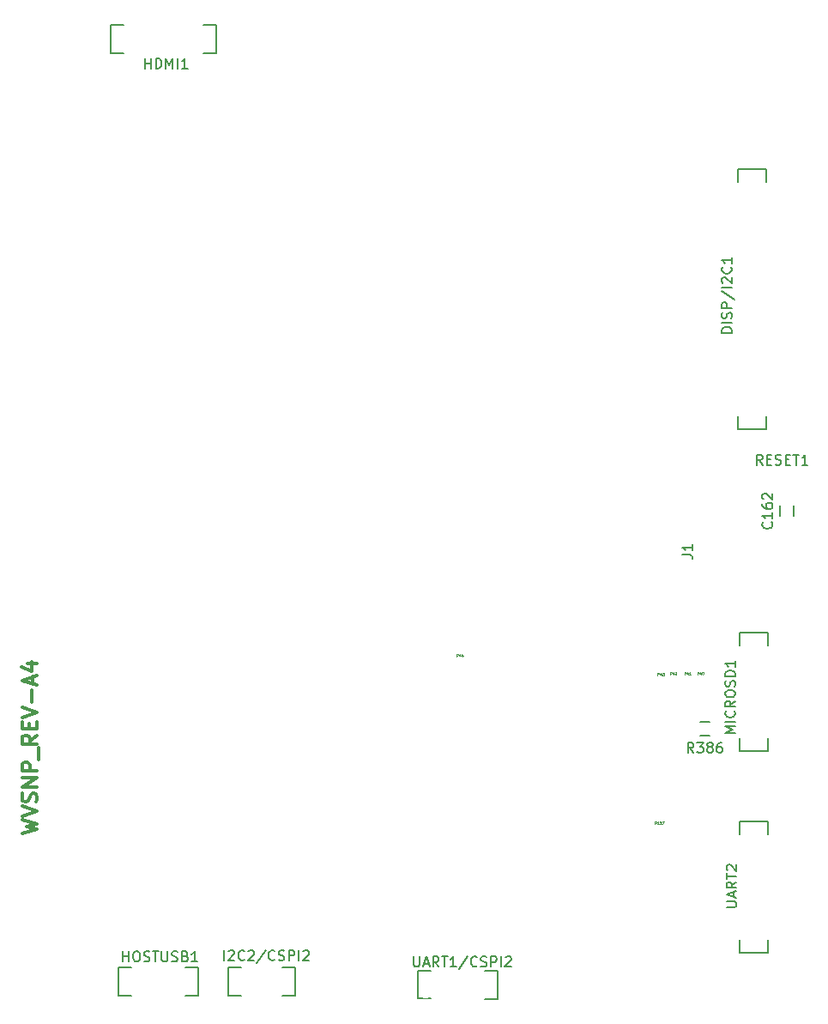
<source format=gto>
G04 #@! TF.FileFunction,Legend,Top*
%FSLAX46Y46*%
G04 Gerber Fmt 4.6, Leading zero omitted, Abs format (unit mm)*
G04 Created by KiCad (PCBNEW 4.0.3-stable) date 11/18/16 20:14:28*
%MOMM*%
%LPD*%
G01*
G04 APERTURE LIST*
%ADD10C,0.150000*%
%ADD11C,0.300000*%
%ADD12C,0.000001*%
%ADD13C,1.400000*%
%ADD14C,7.300000*%
%ADD15R,5.550000X3.400000*%
%ADD16R,2.400000X0.750000*%
%ADD17C,2.100000*%
%ADD18R,1.900000X3.900000*%
%ADD19R,3.900000X1.900000*%
%ADD20R,1.900000X4.400000*%
%ADD21C,1.450000*%
%ADD22C,1.770000*%
%ADD23C,3.900000*%
%ADD24C,2.400000*%
%ADD25C,1.800000*%
%ADD26R,1.770000X1.770000*%
%ADD27C,1.700000*%
%ADD28R,1.300000X1.600000*%
%ADD29R,1.600000X1.300000*%
G04 APERTURE END LIST*
D10*
D11*
X206442571Y-183927485D02*
X207942571Y-183570342D01*
X206871143Y-183284628D01*
X207942571Y-182998914D01*
X206442571Y-182641771D01*
X206442571Y-182284628D02*
X207942571Y-181784628D01*
X206442571Y-181284628D01*
X207871143Y-180856057D02*
X207942571Y-180641771D01*
X207942571Y-180284628D01*
X207871143Y-180141771D01*
X207799714Y-180070342D01*
X207656857Y-179998914D01*
X207514000Y-179998914D01*
X207371143Y-180070342D01*
X207299714Y-180141771D01*
X207228286Y-180284628D01*
X207156857Y-180570342D01*
X207085429Y-180713200D01*
X207014000Y-180784628D01*
X206871143Y-180856057D01*
X206728286Y-180856057D01*
X206585429Y-180784628D01*
X206514000Y-180713200D01*
X206442571Y-180570342D01*
X206442571Y-180213200D01*
X206514000Y-179998914D01*
X207942571Y-179356057D02*
X206442571Y-179356057D01*
X207942571Y-178498914D01*
X206442571Y-178498914D01*
X207942571Y-177784628D02*
X206442571Y-177784628D01*
X206442571Y-177213200D01*
X206514000Y-177070342D01*
X206585429Y-176998914D01*
X206728286Y-176927485D01*
X206942571Y-176927485D01*
X207085429Y-176998914D01*
X207156857Y-177070342D01*
X207228286Y-177213200D01*
X207228286Y-177784628D01*
X208085429Y-176641771D02*
X208085429Y-175498914D01*
X207942571Y-174284628D02*
X207228286Y-174784628D01*
X207942571Y-175141771D02*
X206442571Y-175141771D01*
X206442571Y-174570343D01*
X206514000Y-174427485D01*
X206585429Y-174356057D01*
X206728286Y-174284628D01*
X206942571Y-174284628D01*
X207085429Y-174356057D01*
X207156857Y-174427485D01*
X207228286Y-174570343D01*
X207228286Y-175141771D01*
X207156857Y-173641771D02*
X207156857Y-173141771D01*
X207942571Y-172927485D02*
X207942571Y-173641771D01*
X206442571Y-173641771D01*
X206442571Y-172927485D01*
X206442571Y-172498914D02*
X207942571Y-171998914D01*
X206442571Y-171498914D01*
X207371143Y-170998914D02*
X207371143Y-169856057D01*
X207514000Y-169213200D02*
X207514000Y-168498914D01*
X207942571Y-169356057D02*
X206442571Y-168856057D01*
X207942571Y-168356057D01*
X206942571Y-167213200D02*
X207942571Y-167213200D01*
X206371143Y-167570343D02*
X207442571Y-167927486D01*
X207442571Y-166998914D01*
D10*
X215214200Y-105486200D02*
X215214200Y-107010200D01*
X225628200Y-105486200D02*
X225628200Y-107010200D01*
X215214200Y-107010200D02*
X216484200Y-107010200D01*
X215214200Y-104216200D02*
X216484200Y-104216200D01*
X215214200Y-104216200D02*
X215214200Y-105740200D01*
X224358200Y-104216200D02*
X225628200Y-104216200D01*
X225628200Y-104216200D02*
X225628200Y-105740200D01*
X225628200Y-107010200D02*
X224358200Y-107010200D01*
X278460200Y-175818800D02*
X279984200Y-175818800D01*
X278485600Y-164134800D02*
X280009600Y-164134800D01*
X280009600Y-175818800D02*
X280009600Y-174548800D01*
X277215600Y-175818800D02*
X277215600Y-174548800D01*
X277215600Y-175818800D02*
X278739600Y-175818800D01*
X277215600Y-165404800D02*
X277215600Y-164134800D01*
X277215600Y-164134800D02*
X278739600Y-164134800D01*
X280009600Y-164134800D02*
X280009600Y-165404800D01*
X215950800Y-198450200D02*
X215950800Y-199974200D01*
X223824800Y-198475600D02*
X223824800Y-199999600D01*
X215950800Y-199974200D02*
X217220800Y-199974200D01*
X215950800Y-197205600D02*
X217220800Y-197205600D01*
X215950800Y-197205600D02*
X215950800Y-198729600D01*
X222554800Y-197205600D02*
X223824800Y-197205600D01*
X223824800Y-197205600D02*
X223824800Y-198729600D01*
X223824800Y-199999600D02*
X222554800Y-199999600D01*
X245491000Y-198729600D02*
X245491000Y-200253600D01*
X253365000Y-198755000D02*
X253365000Y-200279000D01*
X245491000Y-200253600D02*
X246761000Y-200253600D01*
X245491000Y-197485000D02*
X246761000Y-197485000D01*
X245491000Y-197485000D02*
X245491000Y-199009000D01*
X252095000Y-197485000D02*
X253365000Y-197485000D01*
X253365000Y-197485000D02*
X253365000Y-199009000D01*
X253365000Y-200279000D02*
X252095000Y-200279000D01*
X278333200Y-144119600D02*
X279857200Y-144119600D01*
X278333200Y-118465600D02*
X279857200Y-118465600D01*
X277063200Y-144119600D02*
X277063200Y-142849600D01*
X279857200Y-144119600D02*
X279857200Y-142849600D01*
X277063200Y-144119600D02*
X278587200Y-144119600D01*
X277063200Y-119735600D02*
X277063200Y-118465600D01*
X277063200Y-118465600D02*
X278587200Y-118465600D01*
X279857200Y-118465600D02*
X279857200Y-119735600D01*
X278511000Y-195732400D02*
X280035000Y-195732400D01*
X278511000Y-182778400D02*
X280035000Y-182778400D01*
X280035000Y-195732400D02*
X280035000Y-194462400D01*
X277241000Y-195732400D02*
X277241000Y-194462400D01*
X277241000Y-195732400D02*
X278765000Y-195732400D01*
X277241000Y-184048400D02*
X277241000Y-182778400D01*
X277241000Y-182778400D02*
X278765000Y-182778400D01*
X280035000Y-182778400D02*
X280035000Y-184048400D01*
X226796600Y-198450200D02*
X226796600Y-199974200D01*
X233400600Y-198450200D02*
X233400600Y-199974200D01*
X226796600Y-199974200D02*
X228066600Y-199974200D01*
X226796600Y-197205600D02*
X228066600Y-197205600D01*
X226796600Y-197205600D02*
X226796600Y-198729600D01*
X232130600Y-197180200D02*
X233400600Y-197180200D01*
X233400600Y-197180200D02*
X233400600Y-198704200D01*
X233400600Y-199974200D02*
X232130600Y-199974200D01*
X282615000Y-151646000D02*
X282615000Y-152646000D01*
X281265000Y-152646000D02*
X281265000Y-151646000D01*
X273327240Y-172982260D02*
X274327240Y-172982260D01*
X274327240Y-174332260D02*
X273327240Y-174332260D01*
X271613381Y-156467133D02*
X272327667Y-156467133D01*
X272470524Y-156514753D01*
X272565762Y-156609991D01*
X272613381Y-156752848D01*
X272613381Y-156848086D01*
X272613381Y-155467133D02*
X272613381Y-156038562D01*
X272613381Y-155752848D02*
X271613381Y-155752848D01*
X271756238Y-155848086D01*
X271851476Y-155943324D01*
X271899095Y-156038562D01*
X218603772Y-108503981D02*
X218603772Y-107503981D01*
X218603772Y-107980171D02*
X219175201Y-107980171D01*
X219175201Y-108503981D02*
X219175201Y-107503981D01*
X219651391Y-108503981D02*
X219651391Y-107503981D01*
X219889486Y-107503981D01*
X220032344Y-107551600D01*
X220127582Y-107646838D01*
X220175201Y-107742076D01*
X220222820Y-107932552D01*
X220222820Y-108075410D01*
X220175201Y-108265886D01*
X220127582Y-108361124D01*
X220032344Y-108456362D01*
X219889486Y-108503981D01*
X219651391Y-108503981D01*
X220651391Y-108503981D02*
X220651391Y-107503981D01*
X220984725Y-108218267D01*
X221318058Y-107503981D01*
X221318058Y-108503981D01*
X221794248Y-108503981D02*
X221794248Y-107503981D01*
X222794248Y-108503981D02*
X222222819Y-108503981D01*
X222508533Y-108503981D02*
X222508533Y-107503981D01*
X222413295Y-107646838D01*
X222318057Y-107742076D01*
X222222819Y-107789695D01*
X276829781Y-174083219D02*
X275829781Y-174083219D01*
X276544067Y-173749885D01*
X275829781Y-173416552D01*
X276829781Y-173416552D01*
X276829781Y-172940362D02*
X275829781Y-172940362D01*
X276734543Y-171892743D02*
X276782162Y-171940362D01*
X276829781Y-172083219D01*
X276829781Y-172178457D01*
X276782162Y-172321315D01*
X276686924Y-172416553D01*
X276591686Y-172464172D01*
X276401210Y-172511791D01*
X276258352Y-172511791D01*
X276067876Y-172464172D01*
X275972638Y-172416553D01*
X275877400Y-172321315D01*
X275829781Y-172178457D01*
X275829781Y-172083219D01*
X275877400Y-171940362D01*
X275925019Y-171892743D01*
X276829781Y-170892743D02*
X276353590Y-171226077D01*
X276829781Y-171464172D02*
X275829781Y-171464172D01*
X275829781Y-171083219D01*
X275877400Y-170987981D01*
X275925019Y-170940362D01*
X276020257Y-170892743D01*
X276163114Y-170892743D01*
X276258352Y-170940362D01*
X276305971Y-170987981D01*
X276353590Y-171083219D01*
X276353590Y-171464172D01*
X275829781Y-170273696D02*
X275829781Y-170083219D01*
X275877400Y-169987981D01*
X275972638Y-169892743D01*
X276163114Y-169845124D01*
X276496448Y-169845124D01*
X276686924Y-169892743D01*
X276782162Y-169987981D01*
X276829781Y-170083219D01*
X276829781Y-170273696D01*
X276782162Y-170368934D01*
X276686924Y-170464172D01*
X276496448Y-170511791D01*
X276163114Y-170511791D01*
X275972638Y-170464172D01*
X275877400Y-170368934D01*
X275829781Y-170273696D01*
X276782162Y-169464172D02*
X276829781Y-169321315D01*
X276829781Y-169083219D01*
X276782162Y-168987981D01*
X276734543Y-168940362D01*
X276639305Y-168892743D01*
X276544067Y-168892743D01*
X276448829Y-168940362D01*
X276401210Y-168987981D01*
X276353590Y-169083219D01*
X276305971Y-169273696D01*
X276258352Y-169368934D01*
X276210733Y-169416553D01*
X276115495Y-169464172D01*
X276020257Y-169464172D01*
X275925019Y-169416553D01*
X275877400Y-169368934D01*
X275829781Y-169273696D01*
X275829781Y-169035600D01*
X275877400Y-168892743D01*
X276829781Y-168464172D02*
X275829781Y-168464172D01*
X275829781Y-168226077D01*
X275877400Y-168083219D01*
X275972638Y-167987981D01*
X276067876Y-167940362D01*
X276258352Y-167892743D01*
X276401210Y-167892743D01*
X276591686Y-167940362D01*
X276686924Y-167987981D01*
X276782162Y-168083219D01*
X276829781Y-168226077D01*
X276829781Y-168464172D01*
X276829781Y-166940362D02*
X276829781Y-167511791D01*
X276829781Y-167226077D02*
X275829781Y-167226077D01*
X275972638Y-167321315D01*
X276067876Y-167416553D01*
X276115495Y-167511791D01*
X216422743Y-196591181D02*
X216422743Y-195591181D01*
X216422743Y-196067371D02*
X216994172Y-196067371D01*
X216994172Y-196591181D02*
X216994172Y-195591181D01*
X217660838Y-195591181D02*
X217851315Y-195591181D01*
X217946553Y-195638800D01*
X218041791Y-195734038D01*
X218089410Y-195924514D01*
X218089410Y-196257848D01*
X218041791Y-196448324D01*
X217946553Y-196543562D01*
X217851315Y-196591181D01*
X217660838Y-196591181D01*
X217565600Y-196543562D01*
X217470362Y-196448324D01*
X217422743Y-196257848D01*
X217422743Y-195924514D01*
X217470362Y-195734038D01*
X217565600Y-195638800D01*
X217660838Y-195591181D01*
X218470362Y-196543562D02*
X218613219Y-196591181D01*
X218851315Y-196591181D01*
X218946553Y-196543562D01*
X218994172Y-196495943D01*
X219041791Y-196400705D01*
X219041791Y-196305467D01*
X218994172Y-196210229D01*
X218946553Y-196162610D01*
X218851315Y-196114990D01*
X218660838Y-196067371D01*
X218565600Y-196019752D01*
X218517981Y-195972133D01*
X218470362Y-195876895D01*
X218470362Y-195781657D01*
X218517981Y-195686419D01*
X218565600Y-195638800D01*
X218660838Y-195591181D01*
X218898934Y-195591181D01*
X219041791Y-195638800D01*
X219327505Y-195591181D02*
X219898934Y-195591181D01*
X219613219Y-196591181D02*
X219613219Y-195591181D01*
X220232267Y-195591181D02*
X220232267Y-196400705D01*
X220279886Y-196495943D01*
X220327505Y-196543562D01*
X220422743Y-196591181D01*
X220613220Y-196591181D01*
X220708458Y-196543562D01*
X220756077Y-196495943D01*
X220803696Y-196400705D01*
X220803696Y-195591181D01*
X221232267Y-196543562D02*
X221375124Y-196591181D01*
X221613220Y-196591181D01*
X221708458Y-196543562D01*
X221756077Y-196495943D01*
X221803696Y-196400705D01*
X221803696Y-196305467D01*
X221756077Y-196210229D01*
X221708458Y-196162610D01*
X221613220Y-196114990D01*
X221422743Y-196067371D01*
X221327505Y-196019752D01*
X221279886Y-195972133D01*
X221232267Y-195876895D01*
X221232267Y-195781657D01*
X221279886Y-195686419D01*
X221327505Y-195638800D01*
X221422743Y-195591181D01*
X221660839Y-195591181D01*
X221803696Y-195638800D01*
X222565601Y-196067371D02*
X222708458Y-196114990D01*
X222756077Y-196162610D01*
X222803696Y-196257848D01*
X222803696Y-196400705D01*
X222756077Y-196495943D01*
X222708458Y-196543562D01*
X222613220Y-196591181D01*
X222232267Y-196591181D01*
X222232267Y-195591181D01*
X222565601Y-195591181D01*
X222660839Y-195638800D01*
X222708458Y-195686419D01*
X222756077Y-195781657D01*
X222756077Y-195876895D01*
X222708458Y-195972133D01*
X222660839Y-196019752D01*
X222565601Y-196067371D01*
X222232267Y-196067371D01*
X223756077Y-196591181D02*
X223184648Y-196591181D01*
X223470362Y-196591181D02*
X223470362Y-195591181D01*
X223375124Y-195734038D01*
X223279886Y-195829276D01*
X223184648Y-195876895D01*
X245099486Y-196099181D02*
X245099486Y-196908705D01*
X245147105Y-197003943D01*
X245194724Y-197051562D01*
X245289962Y-197099181D01*
X245480439Y-197099181D01*
X245575677Y-197051562D01*
X245623296Y-197003943D01*
X245670915Y-196908705D01*
X245670915Y-196099181D01*
X246099486Y-196813467D02*
X246575677Y-196813467D01*
X246004248Y-197099181D02*
X246337581Y-196099181D01*
X246670915Y-197099181D01*
X247575677Y-197099181D02*
X247242343Y-196622990D01*
X247004248Y-197099181D02*
X247004248Y-196099181D01*
X247385201Y-196099181D01*
X247480439Y-196146800D01*
X247528058Y-196194419D01*
X247575677Y-196289657D01*
X247575677Y-196432514D01*
X247528058Y-196527752D01*
X247480439Y-196575371D01*
X247385201Y-196622990D01*
X247004248Y-196622990D01*
X247861391Y-196099181D02*
X248432820Y-196099181D01*
X248147105Y-197099181D02*
X248147105Y-196099181D01*
X249289963Y-197099181D02*
X248718534Y-197099181D01*
X249004248Y-197099181D02*
X249004248Y-196099181D01*
X248909010Y-196242038D01*
X248813772Y-196337276D01*
X248718534Y-196384895D01*
X250432820Y-196051562D02*
X249575677Y-197337276D01*
X251337582Y-197003943D02*
X251289963Y-197051562D01*
X251147106Y-197099181D01*
X251051868Y-197099181D01*
X250909010Y-197051562D01*
X250813772Y-196956324D01*
X250766153Y-196861086D01*
X250718534Y-196670610D01*
X250718534Y-196527752D01*
X250766153Y-196337276D01*
X250813772Y-196242038D01*
X250909010Y-196146800D01*
X251051868Y-196099181D01*
X251147106Y-196099181D01*
X251289963Y-196146800D01*
X251337582Y-196194419D01*
X251718534Y-197051562D02*
X251861391Y-197099181D01*
X252099487Y-197099181D01*
X252194725Y-197051562D01*
X252242344Y-197003943D01*
X252289963Y-196908705D01*
X252289963Y-196813467D01*
X252242344Y-196718229D01*
X252194725Y-196670610D01*
X252099487Y-196622990D01*
X251909010Y-196575371D01*
X251813772Y-196527752D01*
X251766153Y-196480133D01*
X251718534Y-196384895D01*
X251718534Y-196289657D01*
X251766153Y-196194419D01*
X251813772Y-196146800D01*
X251909010Y-196099181D01*
X252147106Y-196099181D01*
X252289963Y-196146800D01*
X252718534Y-197099181D02*
X252718534Y-196099181D01*
X253099487Y-196099181D01*
X253194725Y-196146800D01*
X253242344Y-196194419D01*
X253289963Y-196289657D01*
X253289963Y-196432514D01*
X253242344Y-196527752D01*
X253194725Y-196575371D01*
X253099487Y-196622990D01*
X252718534Y-196622990D01*
X253718534Y-197099181D02*
X253718534Y-196099181D01*
X254147105Y-196194419D02*
X254194724Y-196146800D01*
X254289962Y-196099181D01*
X254528058Y-196099181D01*
X254623296Y-196146800D01*
X254670915Y-196194419D01*
X254718534Y-196289657D01*
X254718534Y-196384895D01*
X254670915Y-196527752D01*
X254099486Y-197099181D01*
X254718534Y-197099181D01*
X276499581Y-134576676D02*
X275499581Y-134576676D01*
X275499581Y-134338581D01*
X275547200Y-134195723D01*
X275642438Y-134100485D01*
X275737676Y-134052866D01*
X275928152Y-134005247D01*
X276071010Y-134005247D01*
X276261486Y-134052866D01*
X276356724Y-134100485D01*
X276451962Y-134195723D01*
X276499581Y-134338581D01*
X276499581Y-134576676D01*
X276499581Y-133576676D02*
X275499581Y-133576676D01*
X276451962Y-133148105D02*
X276499581Y-133005248D01*
X276499581Y-132767152D01*
X276451962Y-132671914D01*
X276404343Y-132624295D01*
X276309105Y-132576676D01*
X276213867Y-132576676D01*
X276118629Y-132624295D01*
X276071010Y-132671914D01*
X276023390Y-132767152D01*
X275975771Y-132957629D01*
X275928152Y-133052867D01*
X275880533Y-133100486D01*
X275785295Y-133148105D01*
X275690057Y-133148105D01*
X275594819Y-133100486D01*
X275547200Y-133052867D01*
X275499581Y-132957629D01*
X275499581Y-132719533D01*
X275547200Y-132576676D01*
X276499581Y-132148105D02*
X275499581Y-132148105D01*
X275499581Y-131767152D01*
X275547200Y-131671914D01*
X275594819Y-131624295D01*
X275690057Y-131576676D01*
X275832914Y-131576676D01*
X275928152Y-131624295D01*
X275975771Y-131671914D01*
X276023390Y-131767152D01*
X276023390Y-132148105D01*
X275451962Y-130433819D02*
X276737676Y-131290962D01*
X276499581Y-130100486D02*
X275499581Y-130100486D01*
X275594819Y-129671915D02*
X275547200Y-129624296D01*
X275499581Y-129529058D01*
X275499581Y-129290962D01*
X275547200Y-129195724D01*
X275594819Y-129148105D01*
X275690057Y-129100486D01*
X275785295Y-129100486D01*
X275928152Y-129148105D01*
X276499581Y-129719534D01*
X276499581Y-129100486D01*
X276404343Y-128100486D02*
X276451962Y-128148105D01*
X276499581Y-128290962D01*
X276499581Y-128386200D01*
X276451962Y-128529058D01*
X276356724Y-128624296D01*
X276261486Y-128671915D01*
X276071010Y-128719534D01*
X275928152Y-128719534D01*
X275737676Y-128671915D01*
X275642438Y-128624296D01*
X275547200Y-128529058D01*
X275499581Y-128386200D01*
X275499581Y-128290962D01*
X275547200Y-128148105D01*
X275594819Y-128100486D01*
X276499581Y-127148105D02*
X276499581Y-127719534D01*
X276499581Y-127433820D02*
X275499581Y-127433820D01*
X275642438Y-127529058D01*
X275737676Y-127624296D01*
X275785295Y-127719534D01*
D12*
X268897382Y-183053095D02*
X268897382Y-182803095D01*
X268992620Y-182803095D01*
X269016429Y-182815000D01*
X269028334Y-182826905D01*
X269040239Y-182850714D01*
X269040239Y-182886429D01*
X269028334Y-182910238D01*
X269016429Y-182922143D01*
X268992620Y-182934048D01*
X268897382Y-182934048D01*
X269278334Y-183053095D02*
X269135477Y-183053095D01*
X269206906Y-183053095D02*
X269206906Y-182803095D01*
X269183096Y-182838810D01*
X269159287Y-182862619D01*
X269135477Y-182874524D01*
X269373572Y-182826905D02*
X269385477Y-182815000D01*
X269409286Y-182803095D01*
X269468810Y-182803095D01*
X269492620Y-182815000D01*
X269504524Y-182826905D01*
X269516429Y-182850714D01*
X269516429Y-182874524D01*
X269504524Y-182910238D01*
X269361667Y-183053095D01*
X269516429Y-183053095D01*
X269599762Y-182803095D02*
X269766429Y-182803095D01*
X269659286Y-183053095D01*
X269171229Y-168360695D02*
X269171229Y-168110695D01*
X269266467Y-168110695D01*
X269290276Y-168122600D01*
X269302181Y-168134505D01*
X269314086Y-168158314D01*
X269314086Y-168194029D01*
X269302181Y-168217838D01*
X269290276Y-168229743D01*
X269266467Y-168241648D01*
X269171229Y-168241648D01*
X269528372Y-168194029D02*
X269528372Y-168360695D01*
X269468848Y-168098790D02*
X269409324Y-168277362D01*
X269564086Y-168277362D01*
X269635514Y-168110695D02*
X269790276Y-168110695D01*
X269706943Y-168205933D01*
X269742657Y-168205933D01*
X269766467Y-168217838D01*
X269778371Y-168229743D01*
X269790276Y-168253552D01*
X269790276Y-168313076D01*
X269778371Y-168336886D01*
X269766467Y-168348790D01*
X269742657Y-168360695D01*
X269671229Y-168360695D01*
X269647419Y-168348790D01*
X269635514Y-168336886D01*
X270411229Y-168300695D02*
X270411229Y-168050695D01*
X270506467Y-168050695D01*
X270530276Y-168062600D01*
X270542181Y-168074505D01*
X270554086Y-168098314D01*
X270554086Y-168134029D01*
X270542181Y-168157838D01*
X270530276Y-168169743D01*
X270506467Y-168181648D01*
X270411229Y-168181648D01*
X270768372Y-168134029D02*
X270768372Y-168300695D01*
X270708848Y-168038790D02*
X270649324Y-168217362D01*
X270804086Y-168217362D01*
X270887419Y-168074505D02*
X270899324Y-168062600D01*
X270923133Y-168050695D01*
X270982657Y-168050695D01*
X271006467Y-168062600D01*
X271018371Y-168074505D01*
X271030276Y-168098314D01*
X271030276Y-168122124D01*
X271018371Y-168157838D01*
X270875514Y-168300695D01*
X271030276Y-168300695D01*
X271811229Y-168280695D02*
X271811229Y-168030695D01*
X271906467Y-168030695D01*
X271930276Y-168042600D01*
X271942181Y-168054505D01*
X271954086Y-168078314D01*
X271954086Y-168114029D01*
X271942181Y-168137838D01*
X271930276Y-168149743D01*
X271906467Y-168161648D01*
X271811229Y-168161648D01*
X272168372Y-168114029D02*
X272168372Y-168280695D01*
X272108848Y-168018790D02*
X272049324Y-168197362D01*
X272204086Y-168197362D01*
X272430276Y-168280695D02*
X272287419Y-168280695D01*
X272358848Y-168280695D02*
X272358848Y-168030695D01*
X272335038Y-168066410D01*
X272311229Y-168090219D01*
X272287419Y-168102124D01*
X273071229Y-168280695D02*
X273071229Y-168030695D01*
X273166467Y-168030695D01*
X273190276Y-168042600D01*
X273202181Y-168054505D01*
X273214086Y-168078314D01*
X273214086Y-168114029D01*
X273202181Y-168137838D01*
X273190276Y-168149743D01*
X273166467Y-168161648D01*
X273071229Y-168161648D01*
X273428372Y-168114029D02*
X273428372Y-168280695D01*
X273368848Y-168018790D02*
X273309324Y-168197362D01*
X273464086Y-168197362D01*
X273606943Y-168030695D02*
X273630752Y-168030695D01*
X273654562Y-168042600D01*
X273666467Y-168054505D01*
X273678371Y-168078314D01*
X273690276Y-168125933D01*
X273690276Y-168185457D01*
X273678371Y-168233076D01*
X273666467Y-168256886D01*
X273654562Y-168268790D01*
X273630752Y-168280695D01*
X273606943Y-168280695D01*
X273583133Y-168268790D01*
X273571229Y-168256886D01*
X273559324Y-168233076D01*
X273547419Y-168185457D01*
X273547419Y-168125933D01*
X273559324Y-168078314D01*
X273571229Y-168054505D01*
X273583133Y-168042600D01*
X273606943Y-168030695D01*
X249326429Y-166523095D02*
X249326429Y-166273095D01*
X249421667Y-166273095D01*
X249445476Y-166285000D01*
X249457381Y-166296905D01*
X249469286Y-166320714D01*
X249469286Y-166356429D01*
X249457381Y-166380238D01*
X249445476Y-166392143D01*
X249421667Y-166404048D01*
X249326429Y-166404048D01*
X249683572Y-166356429D02*
X249683572Y-166523095D01*
X249624048Y-166261190D02*
X249564524Y-166439762D01*
X249719286Y-166439762D01*
X249921667Y-166356429D02*
X249921667Y-166523095D01*
X249862143Y-166261190D02*
X249802619Y-166439762D01*
X249957381Y-166439762D01*
D10*
X279501429Y-147602381D02*
X279168095Y-147126190D01*
X278930000Y-147602381D02*
X278930000Y-146602381D01*
X279310953Y-146602381D01*
X279406191Y-146650000D01*
X279453810Y-146697619D01*
X279501429Y-146792857D01*
X279501429Y-146935714D01*
X279453810Y-147030952D01*
X279406191Y-147078571D01*
X279310953Y-147126190D01*
X278930000Y-147126190D01*
X279930000Y-147078571D02*
X280263334Y-147078571D01*
X280406191Y-147602381D02*
X279930000Y-147602381D01*
X279930000Y-146602381D01*
X280406191Y-146602381D01*
X280787143Y-147554762D02*
X280930000Y-147602381D01*
X281168096Y-147602381D01*
X281263334Y-147554762D01*
X281310953Y-147507143D01*
X281358572Y-147411905D01*
X281358572Y-147316667D01*
X281310953Y-147221429D01*
X281263334Y-147173810D01*
X281168096Y-147126190D01*
X280977619Y-147078571D01*
X280882381Y-147030952D01*
X280834762Y-146983333D01*
X280787143Y-146888095D01*
X280787143Y-146792857D01*
X280834762Y-146697619D01*
X280882381Y-146650000D01*
X280977619Y-146602381D01*
X281215715Y-146602381D01*
X281358572Y-146650000D01*
X281787143Y-147078571D02*
X282120477Y-147078571D01*
X282263334Y-147602381D02*
X281787143Y-147602381D01*
X281787143Y-146602381D01*
X282263334Y-146602381D01*
X282549048Y-146602381D02*
X283120477Y-146602381D01*
X282834762Y-147602381D02*
X282834762Y-146602381D01*
X283977620Y-147602381D02*
X283406191Y-147602381D01*
X283691905Y-147602381D02*
X283691905Y-146602381D01*
X283596667Y-146745238D01*
X283501429Y-146840476D01*
X283406191Y-146888095D01*
X275956781Y-191225229D02*
X276766305Y-191225229D01*
X276861543Y-191177610D01*
X276909162Y-191129991D01*
X276956781Y-191034753D01*
X276956781Y-190844276D01*
X276909162Y-190749038D01*
X276861543Y-190701419D01*
X276766305Y-190653800D01*
X275956781Y-190653800D01*
X276671067Y-190225229D02*
X276671067Y-189749038D01*
X276956781Y-190320467D02*
X275956781Y-189987134D01*
X276956781Y-189653800D01*
X276956781Y-188749038D02*
X276480590Y-189082372D01*
X276956781Y-189320467D02*
X275956781Y-189320467D01*
X275956781Y-188939514D01*
X276004400Y-188844276D01*
X276052019Y-188796657D01*
X276147257Y-188749038D01*
X276290114Y-188749038D01*
X276385352Y-188796657D01*
X276432971Y-188844276D01*
X276480590Y-188939514D01*
X276480590Y-189320467D01*
X275956781Y-188463324D02*
X275956781Y-187891895D01*
X276956781Y-188177610D02*
X275956781Y-188177610D01*
X276052019Y-187606181D02*
X276004400Y-187558562D01*
X275956781Y-187463324D01*
X275956781Y-187225228D01*
X276004400Y-187129990D01*
X276052019Y-187082371D01*
X276147257Y-187034752D01*
X276242495Y-187034752D01*
X276385352Y-187082371D01*
X276956781Y-187653800D01*
X276956781Y-187034752D01*
X226389134Y-196489581D02*
X226389134Y-195489581D01*
X226817705Y-195584819D02*
X226865324Y-195537200D01*
X226960562Y-195489581D01*
X227198658Y-195489581D01*
X227293896Y-195537200D01*
X227341515Y-195584819D01*
X227389134Y-195680057D01*
X227389134Y-195775295D01*
X227341515Y-195918152D01*
X226770086Y-196489581D01*
X227389134Y-196489581D01*
X228389134Y-196394343D02*
X228341515Y-196441962D01*
X228198658Y-196489581D01*
X228103420Y-196489581D01*
X227960562Y-196441962D01*
X227865324Y-196346724D01*
X227817705Y-196251486D01*
X227770086Y-196061010D01*
X227770086Y-195918152D01*
X227817705Y-195727676D01*
X227865324Y-195632438D01*
X227960562Y-195537200D01*
X228103420Y-195489581D01*
X228198658Y-195489581D01*
X228341515Y-195537200D01*
X228389134Y-195584819D01*
X228770086Y-195584819D02*
X228817705Y-195537200D01*
X228912943Y-195489581D01*
X229151039Y-195489581D01*
X229246277Y-195537200D01*
X229293896Y-195584819D01*
X229341515Y-195680057D01*
X229341515Y-195775295D01*
X229293896Y-195918152D01*
X228722467Y-196489581D01*
X229341515Y-196489581D01*
X230484372Y-195441962D02*
X229627229Y-196727676D01*
X231389134Y-196394343D02*
X231341515Y-196441962D01*
X231198658Y-196489581D01*
X231103420Y-196489581D01*
X230960562Y-196441962D01*
X230865324Y-196346724D01*
X230817705Y-196251486D01*
X230770086Y-196061010D01*
X230770086Y-195918152D01*
X230817705Y-195727676D01*
X230865324Y-195632438D01*
X230960562Y-195537200D01*
X231103420Y-195489581D01*
X231198658Y-195489581D01*
X231341515Y-195537200D01*
X231389134Y-195584819D01*
X231770086Y-196441962D02*
X231912943Y-196489581D01*
X232151039Y-196489581D01*
X232246277Y-196441962D01*
X232293896Y-196394343D01*
X232341515Y-196299105D01*
X232341515Y-196203867D01*
X232293896Y-196108629D01*
X232246277Y-196061010D01*
X232151039Y-196013390D01*
X231960562Y-195965771D01*
X231865324Y-195918152D01*
X231817705Y-195870533D01*
X231770086Y-195775295D01*
X231770086Y-195680057D01*
X231817705Y-195584819D01*
X231865324Y-195537200D01*
X231960562Y-195489581D01*
X232198658Y-195489581D01*
X232341515Y-195537200D01*
X232770086Y-196489581D02*
X232770086Y-195489581D01*
X233151039Y-195489581D01*
X233246277Y-195537200D01*
X233293896Y-195584819D01*
X233341515Y-195680057D01*
X233341515Y-195822914D01*
X233293896Y-195918152D01*
X233246277Y-195965771D01*
X233151039Y-196013390D01*
X232770086Y-196013390D01*
X233770086Y-196489581D02*
X233770086Y-195489581D01*
X234198657Y-195584819D02*
X234246276Y-195537200D01*
X234341514Y-195489581D01*
X234579610Y-195489581D01*
X234674848Y-195537200D01*
X234722467Y-195584819D01*
X234770086Y-195680057D01*
X234770086Y-195775295D01*
X234722467Y-195918152D01*
X234151038Y-196489581D01*
X234770086Y-196489581D01*
X280397143Y-153265047D02*
X280444762Y-153312666D01*
X280492381Y-153455523D01*
X280492381Y-153550761D01*
X280444762Y-153693619D01*
X280349524Y-153788857D01*
X280254286Y-153836476D01*
X280063810Y-153884095D01*
X279920952Y-153884095D01*
X279730476Y-153836476D01*
X279635238Y-153788857D01*
X279540000Y-153693619D01*
X279492381Y-153550761D01*
X279492381Y-153455523D01*
X279540000Y-153312666D01*
X279587619Y-153265047D01*
X280492381Y-152312666D02*
X280492381Y-152884095D01*
X280492381Y-152598381D02*
X279492381Y-152598381D01*
X279635238Y-152693619D01*
X279730476Y-152788857D01*
X279778095Y-152884095D01*
X279492381Y-151455523D02*
X279492381Y-151646000D01*
X279540000Y-151741238D01*
X279587619Y-151788857D01*
X279730476Y-151884095D01*
X279920952Y-151931714D01*
X280301905Y-151931714D01*
X280397143Y-151884095D01*
X280444762Y-151836476D01*
X280492381Y-151741238D01*
X280492381Y-151550761D01*
X280444762Y-151455523D01*
X280397143Y-151407904D01*
X280301905Y-151360285D01*
X280063810Y-151360285D01*
X279968571Y-151407904D01*
X279920952Y-151455523D01*
X279873333Y-151550761D01*
X279873333Y-151741238D01*
X279920952Y-151836476D01*
X279968571Y-151884095D01*
X280063810Y-151931714D01*
X279587619Y-150979333D02*
X279540000Y-150931714D01*
X279492381Y-150836476D01*
X279492381Y-150598380D01*
X279540000Y-150503142D01*
X279587619Y-150455523D01*
X279682857Y-150407904D01*
X279778095Y-150407904D01*
X279920952Y-150455523D01*
X280492381Y-151026952D01*
X280492381Y-150407904D01*
X272708193Y-176009641D02*
X272374859Y-175533450D01*
X272136764Y-176009641D02*
X272136764Y-175009641D01*
X272517717Y-175009641D01*
X272612955Y-175057260D01*
X272660574Y-175104879D01*
X272708193Y-175200117D01*
X272708193Y-175342974D01*
X272660574Y-175438212D01*
X272612955Y-175485831D01*
X272517717Y-175533450D01*
X272136764Y-175533450D01*
X273041526Y-175009641D02*
X273660574Y-175009641D01*
X273327240Y-175390593D01*
X273470098Y-175390593D01*
X273565336Y-175438212D01*
X273612955Y-175485831D01*
X273660574Y-175581070D01*
X273660574Y-175819165D01*
X273612955Y-175914403D01*
X273565336Y-175962022D01*
X273470098Y-176009641D01*
X273184383Y-176009641D01*
X273089145Y-175962022D01*
X273041526Y-175914403D01*
X274232002Y-175438212D02*
X274136764Y-175390593D01*
X274089145Y-175342974D01*
X274041526Y-175247736D01*
X274041526Y-175200117D01*
X274089145Y-175104879D01*
X274136764Y-175057260D01*
X274232002Y-175009641D01*
X274422479Y-175009641D01*
X274517717Y-175057260D01*
X274565336Y-175104879D01*
X274612955Y-175200117D01*
X274612955Y-175247736D01*
X274565336Y-175342974D01*
X274517717Y-175390593D01*
X274422479Y-175438212D01*
X274232002Y-175438212D01*
X274136764Y-175485831D01*
X274089145Y-175533450D01*
X274041526Y-175628689D01*
X274041526Y-175819165D01*
X274089145Y-175914403D01*
X274136764Y-175962022D01*
X274232002Y-176009641D01*
X274422479Y-176009641D01*
X274517717Y-175962022D01*
X274565336Y-175914403D01*
X274612955Y-175819165D01*
X274612955Y-175628689D01*
X274565336Y-175533450D01*
X274517717Y-175485831D01*
X274422479Y-175438212D01*
X275470098Y-175009641D02*
X275279621Y-175009641D01*
X275184383Y-175057260D01*
X275136764Y-175104879D01*
X275041526Y-175247736D01*
X274993907Y-175438212D01*
X274993907Y-175819165D01*
X275041526Y-175914403D01*
X275089145Y-175962022D01*
X275184383Y-176009641D01*
X275374860Y-176009641D01*
X275470098Y-175962022D01*
X275517717Y-175914403D01*
X275565336Y-175819165D01*
X275565336Y-175581070D01*
X275517717Y-175485831D01*
X275470098Y-175438212D01*
X275374860Y-175390593D01*
X275184383Y-175390593D01*
X275089145Y-175438212D01*
X275041526Y-175485831D01*
X274993907Y-175581070D01*
%LPC*%
D13*
X281694200Y-107347920D03*
D14*
X211074000Y-113792000D03*
D15*
X264600000Y-107300000D03*
D16*
X267370000Y-162790000D03*
X267370000Y-163290000D03*
X267370000Y-164290000D03*
X267370000Y-163790000D03*
X267370000Y-165790000D03*
X267370000Y-166290000D03*
X267370000Y-165290000D03*
X267370000Y-164790000D03*
X267370000Y-168790000D03*
X267370000Y-169290000D03*
X267370000Y-169790000D03*
X267370000Y-167790000D03*
X267370000Y-168290000D03*
X267370000Y-167290000D03*
X267370000Y-166790000D03*
X267370000Y-158790000D03*
X267370000Y-159290000D03*
X267370000Y-160290000D03*
X267370000Y-159790000D03*
X267370000Y-161790000D03*
X267370000Y-162290000D03*
X267370000Y-161290000D03*
X267370000Y-160790000D03*
X267370000Y-156790000D03*
X267370000Y-157290000D03*
X267370000Y-158290000D03*
X267370000Y-157790000D03*
X267370000Y-155790000D03*
X267370000Y-156290000D03*
X267370000Y-155290000D03*
X260370000Y-162540000D03*
X260370000Y-163040000D03*
X260370000Y-164040000D03*
X260370000Y-163540000D03*
X260370000Y-165540000D03*
X260370000Y-166040000D03*
X260370000Y-165040000D03*
X260370000Y-164540000D03*
X260370000Y-168540000D03*
X260370000Y-169040000D03*
X260370000Y-170040000D03*
X260370000Y-169540000D03*
X260370000Y-167540000D03*
X260370000Y-168040000D03*
X260370000Y-167040000D03*
X260370000Y-166540000D03*
X260370000Y-158540000D03*
X260370000Y-159040000D03*
X260370000Y-160040000D03*
X260370000Y-159540000D03*
X260370000Y-161540000D03*
X260370000Y-162040000D03*
X260370000Y-161040000D03*
X260370000Y-160540000D03*
X260370000Y-156540000D03*
X260370000Y-157040000D03*
X260370000Y-158040000D03*
X260370000Y-157540000D03*
X260370000Y-155540000D03*
X260370000Y-156040000D03*
X260370000Y-155040000D03*
X260370000Y-152540000D03*
X260370000Y-154540000D03*
X267370000Y-170290000D03*
X260370000Y-170540000D03*
X267370000Y-170790000D03*
X260370000Y-171040000D03*
X267370000Y-171290000D03*
X260370000Y-171540000D03*
X267370000Y-171790000D03*
X260370000Y-172040000D03*
X267370000Y-172290000D03*
X260370000Y-172540000D03*
X267370000Y-172790000D03*
X260370000Y-173040000D03*
X267370000Y-173290000D03*
X260370000Y-173540000D03*
X267370000Y-173790000D03*
X260370000Y-174040000D03*
X267370000Y-174290000D03*
X260370000Y-174540000D03*
X267370000Y-174790000D03*
X260370000Y-175040000D03*
X267370000Y-175290000D03*
X260370000Y-175540000D03*
X267370000Y-175790000D03*
X260370000Y-176040000D03*
X267370000Y-176290000D03*
X260370000Y-176540000D03*
X267370000Y-176790000D03*
X260370000Y-177040000D03*
X267370000Y-177290000D03*
X260370000Y-177540000D03*
X267370000Y-177790000D03*
X260370000Y-178040000D03*
X267370000Y-178290000D03*
X260370000Y-178540000D03*
X267370000Y-178790000D03*
X260370000Y-179040000D03*
X267370000Y-179290000D03*
X260370000Y-179540000D03*
X267370000Y-179790000D03*
X260370000Y-180040000D03*
X267370000Y-180290000D03*
X260370000Y-180540000D03*
X267370000Y-180790000D03*
X260370000Y-181040000D03*
X267370000Y-181290000D03*
X260370000Y-181540000D03*
X267370000Y-181790000D03*
X260370000Y-182040000D03*
X267370000Y-182290000D03*
X260370000Y-182540000D03*
X267370000Y-182790000D03*
X260370000Y-183040000D03*
X267370000Y-183290000D03*
X260370000Y-183540000D03*
X267370000Y-183790000D03*
X260370000Y-184040000D03*
X267370000Y-184290000D03*
X260370000Y-184540000D03*
X267370000Y-184790000D03*
X260370000Y-185040000D03*
X267370000Y-185290000D03*
X260370000Y-185540000D03*
X267370000Y-185790000D03*
X260370000Y-186040000D03*
X267370000Y-186290000D03*
X260370000Y-186540000D03*
X267370000Y-186790000D03*
X260370000Y-187040000D03*
X267370000Y-187290000D03*
X260370000Y-187540000D03*
X267370000Y-187790000D03*
X260370000Y-188040000D03*
X267370000Y-188290000D03*
X260370000Y-188540000D03*
X267370000Y-188790000D03*
X260370000Y-189040000D03*
X267370000Y-189290000D03*
X260370000Y-189540000D03*
X267370000Y-189790000D03*
X260370000Y-190040000D03*
X267370000Y-190290000D03*
X260370000Y-190540000D03*
X267370000Y-190790000D03*
X260370000Y-191040000D03*
X267370000Y-191290000D03*
X260370000Y-191540000D03*
X267370000Y-154790000D03*
X267370000Y-152290000D03*
X260370000Y-121540000D03*
X267370000Y-121790000D03*
X260370000Y-122040000D03*
X267370000Y-122290000D03*
X260370000Y-122540000D03*
X267370000Y-122790000D03*
X260370000Y-123040000D03*
X267370000Y-123290000D03*
X260370000Y-123540000D03*
X267370000Y-123790000D03*
X260370000Y-124040000D03*
X267370000Y-124290000D03*
X260370000Y-124540000D03*
X267370000Y-124790000D03*
X260370000Y-125040000D03*
X267370000Y-125290000D03*
X260370000Y-125540000D03*
X267370000Y-125790000D03*
X260370000Y-126040000D03*
X267370000Y-126290000D03*
X260370000Y-126540000D03*
X267370000Y-126790000D03*
X260370000Y-127040000D03*
X267370000Y-127290000D03*
X260370000Y-127540000D03*
X267370000Y-127790000D03*
X260370000Y-128040000D03*
X267370000Y-128290000D03*
X260370000Y-128540000D03*
X267370000Y-128790000D03*
X260370000Y-129040000D03*
X267370000Y-129290000D03*
X260370000Y-129540000D03*
X267370000Y-129790000D03*
X260370000Y-130040000D03*
X267370000Y-130290000D03*
X260370000Y-130540000D03*
X267370000Y-130790000D03*
X260370000Y-131040000D03*
X267370000Y-131290000D03*
X260370000Y-131540000D03*
X267370000Y-131790000D03*
X260370000Y-132040000D03*
X267370000Y-132290000D03*
X260370000Y-132540000D03*
X267370000Y-132790000D03*
X260370000Y-133040000D03*
X267370000Y-133290000D03*
X260370000Y-133540000D03*
X267370000Y-133790000D03*
X260370000Y-134040000D03*
X267370000Y-134290000D03*
X260370000Y-134540000D03*
X267370000Y-134790000D03*
X260370000Y-135040000D03*
X267370000Y-135290000D03*
X260370000Y-135540000D03*
X267370000Y-135790000D03*
X260370000Y-136040000D03*
X267370000Y-136290000D03*
X260370000Y-136540000D03*
X267370000Y-136790000D03*
X260370000Y-137040000D03*
X267370000Y-137290000D03*
X260370000Y-137540000D03*
X267370000Y-137790000D03*
X260370000Y-138040000D03*
X267370000Y-138290000D03*
X260370000Y-138540000D03*
X267370000Y-138790000D03*
X260370000Y-139040000D03*
X267370000Y-139290000D03*
X260370000Y-139540000D03*
X267370000Y-139790000D03*
X260370000Y-140040000D03*
X267370000Y-140290000D03*
X260370000Y-140540000D03*
X267370000Y-140790000D03*
X260370000Y-141040000D03*
X267370000Y-141290000D03*
X260370000Y-141540000D03*
X267370000Y-141790000D03*
X260370000Y-142040000D03*
X267370000Y-142290000D03*
X260370000Y-142540000D03*
X267370000Y-142790000D03*
X260370000Y-143040000D03*
X267370000Y-143290000D03*
X260370000Y-143540000D03*
X267370000Y-143790000D03*
X260370000Y-144040000D03*
X267370000Y-144290000D03*
X260370000Y-144540000D03*
X267370000Y-144790000D03*
X260370000Y-145040000D03*
X267370000Y-145290000D03*
X260370000Y-145540000D03*
X267370000Y-145790000D03*
X260370000Y-146040000D03*
X267370000Y-146290000D03*
X260370000Y-146540000D03*
X267370000Y-146790000D03*
X260370000Y-147040000D03*
X267370000Y-147290000D03*
X260370000Y-147540000D03*
X267370000Y-147790000D03*
X260370000Y-148040000D03*
X267370000Y-148290000D03*
X260370000Y-148540000D03*
X267370000Y-148790000D03*
X260370000Y-149040000D03*
X267370000Y-149290000D03*
X260370000Y-149540000D03*
X267370000Y-149790000D03*
X260370000Y-150040000D03*
X267370000Y-150290000D03*
X260370000Y-150540000D03*
X267370000Y-150790000D03*
X260370000Y-151040000D03*
X267370000Y-151290000D03*
X260370000Y-151540000D03*
X267370000Y-151790000D03*
X260370000Y-152040000D03*
X260370000Y-111540000D03*
X260370000Y-112040000D03*
X260370000Y-112540000D03*
X260370000Y-113040000D03*
X260370000Y-113540000D03*
X260370000Y-114040000D03*
X260370000Y-114540000D03*
X260370000Y-115040000D03*
X260370000Y-115540000D03*
X260370000Y-116040000D03*
X260370000Y-116540000D03*
X260370000Y-117040000D03*
X260370000Y-117540000D03*
X260370000Y-118040000D03*
X260370000Y-118540000D03*
X260370000Y-119040000D03*
X260370000Y-119540000D03*
X260370000Y-120040000D03*
X260370000Y-120540000D03*
X260370000Y-121040000D03*
X267370000Y-111790000D03*
X267370000Y-112290000D03*
X267370000Y-112790000D03*
X267370000Y-113290000D03*
X267370000Y-113790000D03*
X267370000Y-114290000D03*
X267370000Y-114790000D03*
X267370000Y-115290000D03*
X267370000Y-115790000D03*
X267370000Y-116290000D03*
X267370000Y-116790000D03*
X267370000Y-117290000D03*
X267370000Y-117790000D03*
X267370000Y-118290000D03*
X267370000Y-118790000D03*
X267370000Y-119290000D03*
X267370000Y-119790000D03*
X267370000Y-120290000D03*
X267370000Y-120790000D03*
X267370000Y-121290000D03*
D17*
X263870000Y-192290000D03*
X263870000Y-110290000D03*
D14*
X211455000Y-188595000D03*
D15*
X264610000Y-195290000D03*
D18*
X212582500Y-125812400D03*
D19*
X215582500Y-121112400D03*
D20*
X218582500Y-125812400D03*
D21*
X224866200Y-106248200D03*
X223596200Y-106248200D03*
X222326200Y-106248200D03*
X221056200Y-106248200D03*
X219786200Y-106248200D03*
X218516200Y-106248200D03*
X217246200Y-106248200D03*
X215976200Y-106248200D03*
X215976200Y-104978200D03*
X217246200Y-104978200D03*
X218516200Y-104978200D03*
X219786200Y-104978200D03*
X224866200Y-104978200D03*
X223596200Y-104978200D03*
X222326200Y-104978200D03*
X221056200Y-104978200D03*
D22*
X218903000Y-145697500D03*
X221413000Y-146967500D03*
D23*
X212563000Y-145697500D03*
X212573000Y-157132500D03*
D22*
X218883000Y-148237500D03*
X221413000Y-149507500D03*
X218883000Y-150777500D03*
X221423000Y-152047500D03*
X218883000Y-153317500D03*
X221423000Y-154587500D03*
X218873000Y-155857500D03*
D24*
X215623000Y-143667500D03*
X215613000Y-159167500D03*
D25*
X208483000Y-155507500D03*
X208493000Y-144797500D03*
X208503000Y-158047500D03*
X208503000Y-147337500D03*
D26*
X221423000Y-157127500D03*
D21*
X279247600Y-164896800D03*
X279247600Y-166166800D03*
X279247600Y-167436800D03*
X279247600Y-168706800D03*
X279247600Y-169976800D03*
X279247600Y-171246800D03*
X279247600Y-172516800D03*
X279247600Y-173786800D03*
X279247600Y-175056800D03*
X277977600Y-175056800D03*
X277977600Y-173786800D03*
X277977600Y-172516800D03*
X277977600Y-171246800D03*
X277977600Y-169976800D03*
X277977600Y-164896800D03*
X277977600Y-166166800D03*
X277977600Y-167436800D03*
X277977600Y-168706800D03*
X239039400Y-104952800D03*
X237769400Y-104952800D03*
X236499400Y-104952800D03*
X235229400Y-104952800D03*
X233959400Y-104952800D03*
X232689400Y-104952800D03*
X231419400Y-104952800D03*
X230149400Y-104952800D03*
X228879400Y-104952800D03*
X228879400Y-106222800D03*
X230149400Y-106222800D03*
X231419400Y-106222800D03*
X232689400Y-106222800D03*
X233959400Y-106222800D03*
X239039400Y-106222800D03*
X237769400Y-106222800D03*
X236499400Y-106222800D03*
X235229400Y-106222800D03*
X209321400Y-176707800D03*
X209321400Y-177977800D03*
X209321400Y-179247800D03*
X209321400Y-180517800D03*
X209321400Y-181787800D03*
X209321400Y-183057800D03*
X210591400Y-183057800D03*
X210591400Y-181787800D03*
X210591400Y-176707800D03*
X210591400Y-177977800D03*
X210591400Y-179247800D03*
X210591400Y-180517800D03*
X223062800Y-199237600D03*
X221792800Y-199237600D03*
X220522800Y-199237600D03*
X219252800Y-199237600D03*
X217982800Y-199237600D03*
X216712800Y-199237600D03*
X216712800Y-197967600D03*
X217982800Y-197967600D03*
X223062800Y-197967600D03*
X221792800Y-197967600D03*
X220522800Y-197967600D03*
X219252800Y-197967600D03*
X252603000Y-199517000D03*
X251333000Y-199517000D03*
X250063000Y-199517000D03*
X248793000Y-199517000D03*
X247523000Y-199517000D03*
X246253000Y-199517000D03*
X246253000Y-198247000D03*
X247523000Y-198247000D03*
X252603000Y-198247000D03*
X251333000Y-198247000D03*
X250063000Y-198247000D03*
X248793000Y-198247000D03*
X279095200Y-119227600D03*
X279095200Y-120497600D03*
X279095200Y-121767600D03*
X279095200Y-123037600D03*
X279095200Y-124307600D03*
X279095200Y-125577600D03*
X279095200Y-126847600D03*
X279095200Y-128117600D03*
X279095200Y-129387600D03*
X279095200Y-130657600D03*
X279095200Y-131927600D03*
X279095200Y-133197600D03*
X279095200Y-134467600D03*
X279095200Y-135737600D03*
X279095200Y-137007600D03*
X279095200Y-138277600D03*
X279095200Y-139547600D03*
X279095200Y-140817600D03*
X279095200Y-142087600D03*
X279095200Y-143357600D03*
X277825200Y-131927600D03*
X277825200Y-133197600D03*
X277825200Y-134467600D03*
X277825200Y-135737600D03*
X277825200Y-137007600D03*
X277825200Y-138277600D03*
X277825200Y-139547600D03*
X277825200Y-140817600D03*
X277825200Y-142087600D03*
X277825200Y-143357600D03*
X277825200Y-130657600D03*
X277825200Y-129387600D03*
X277825200Y-128117600D03*
X277825200Y-126847600D03*
X277825200Y-125577600D03*
X277825200Y-124307600D03*
X277825200Y-119227600D03*
X277825200Y-120497600D03*
X277825200Y-121767600D03*
X277825200Y-123037600D03*
X279273000Y-162661600D03*
X279273000Y-161391600D03*
X279273000Y-160121600D03*
X279273000Y-158851600D03*
X279273000Y-157581600D03*
X278003000Y-157581600D03*
X278003000Y-162661600D03*
X278003000Y-161391600D03*
X278003000Y-160121600D03*
X278003000Y-158851600D03*
X278003000Y-177292000D03*
X278003000Y-178562000D03*
X278003000Y-179832000D03*
X278003000Y-181102000D03*
X279273000Y-177292000D03*
X279273000Y-178562000D03*
X279273000Y-179832000D03*
X279273000Y-181102000D03*
D13*
X272050000Y-160900000D03*
X270690000Y-160910000D03*
X273670000Y-158050000D03*
X275070000Y-158050000D03*
X273780000Y-163810000D03*
X274740000Y-160960000D03*
X252980000Y-138650000D03*
X282290000Y-160230000D03*
X272340000Y-158060000D03*
X271000000Y-158060000D03*
X269650000Y-158050000D03*
X277380000Y-154260000D03*
X276020000Y-154280000D03*
X274540000Y-154260000D03*
X273050000Y-154280000D03*
X271590000Y-154260000D03*
X256610000Y-154310000D03*
X257920000Y-154310000D03*
X257880000Y-152800000D03*
X256580000Y-152800000D03*
X282290000Y-158470000D03*
X272190000Y-163840000D03*
X270440000Y-183700000D03*
X269514800Y-167077600D03*
X270774800Y-167097600D03*
X272054800Y-167127600D03*
X273324800Y-167127600D03*
X270080000Y-154180000D03*
X249630000Y-167160000D03*
X248390000Y-156260000D03*
X249810000Y-156250000D03*
X251140000Y-156240000D03*
X252450000Y-156250000D03*
X253720000Y-156230000D03*
X255300000Y-154270000D03*
X255290000Y-152850000D03*
X253920000Y-152870000D03*
X249590000Y-146820000D03*
X250930000Y-146800000D03*
X252250000Y-146810000D03*
X253570000Y-146820000D03*
X254870000Y-146820000D03*
X256160000Y-146830000D03*
X257450000Y-146810000D03*
X247400000Y-140870000D03*
X249010000Y-140850000D03*
X250390000Y-140860000D03*
X251800000Y-140850000D03*
X253170000Y-140820000D03*
X254570000Y-140840000D03*
X255940000Y-140810000D03*
X257230000Y-140810000D03*
X256920000Y-189170000D03*
X270180000Y-152500000D03*
X271600000Y-152500000D03*
X273050000Y-152530000D03*
X274490000Y-152520000D03*
X275950000Y-152540000D03*
X277410000Y-152590000D03*
X269920400Y-149293800D03*
X271850400Y-149313800D03*
X273740400Y-149313800D03*
X275600400Y-149323800D03*
X277440400Y-149393800D03*
X269902200Y-146670000D03*
X271752200Y-146740000D03*
X255910000Y-190530000D03*
X255850000Y-192250000D03*
X255680000Y-193850000D03*
X255680000Y-195710000D03*
X257610000Y-195730000D03*
X260400000Y-195710000D03*
X258980000Y-195730000D03*
X273582200Y-146780000D03*
X275442200Y-146800000D03*
X277122200Y-146850000D03*
D27*
X283730000Y-148870000D03*
X283730000Y-155370000D03*
X279230000Y-148870000D03*
X279230000Y-155370000D03*
D21*
X279273000Y-183540400D03*
X279273000Y-184810400D03*
X279273000Y-186080400D03*
X279273000Y-187350400D03*
X279273000Y-188620400D03*
X279273000Y-189890400D03*
X279273000Y-191160400D03*
X279273000Y-192430400D03*
X279273000Y-193700400D03*
X279273000Y-194970400D03*
X278003000Y-194970400D03*
X278003000Y-193700400D03*
X278003000Y-192430400D03*
X278003000Y-191160400D03*
X278003000Y-189890400D03*
X278003000Y-188620400D03*
X278003000Y-183540400D03*
X278003000Y-184810400D03*
X278003000Y-186080400D03*
X278003000Y-187350400D03*
X237286800Y-199237600D03*
X242366800Y-199237600D03*
X241096800Y-199237600D03*
X239826800Y-199237600D03*
X238556800Y-199237600D03*
X232638600Y-199212200D03*
X231368600Y-199212200D03*
X230098600Y-199212200D03*
X228828600Y-199212200D03*
X227558600Y-199212200D03*
X227558600Y-197942200D03*
X232638600Y-197942200D03*
X231368600Y-197942200D03*
X230098600Y-197942200D03*
X228828600Y-197942200D03*
X209397600Y-168859200D03*
X209397600Y-170129200D03*
X209397600Y-171399200D03*
X209397600Y-172669200D03*
X209397600Y-173939200D03*
X210667600Y-173939200D03*
X210667600Y-168859200D03*
X210667600Y-170129200D03*
X210667600Y-171399200D03*
X210667600Y-172669200D03*
D28*
X281940000Y-153246000D03*
X281940000Y-151046000D03*
D29*
X274927240Y-173657260D03*
X272727240Y-173657260D03*
M02*

</source>
